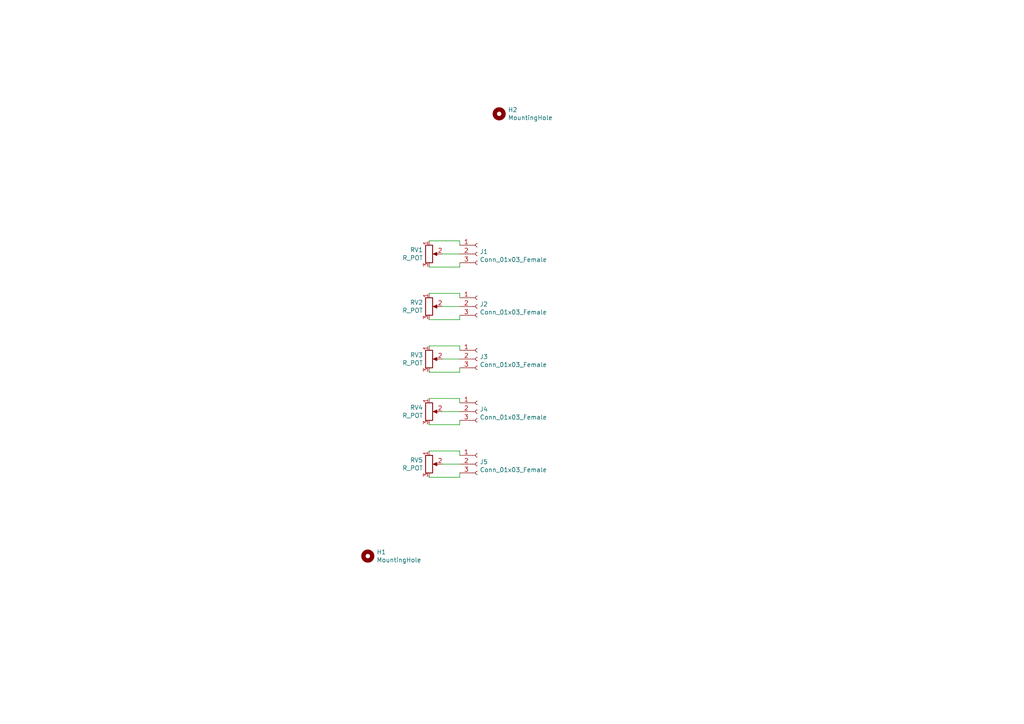
<source format=kicad_sch>
(kicad_sch (version 20230121) (generator eeschema)
  (paper "A4")
  (lib_symbols
    (symbol "Mechanical:MountingHole" (pin_names (offset 1.016))
      (property "Reference" "H" (at 0 5.08 0))
      (property "Value" "MountingHole" (at 0 3.175 0))
      (symbol "MountingHole_0_1"
        (circle (center 0 0) (radius 1.27) (stroke (width 1.27)))
      )
    )
    (symbol "pot-gang-rescue:Conn_01x03_Female-Connector" (pin_names (offset 1.016) hide)
      (property "Reference" "J" (at 0 5.08 0))
      (property "Value" "Connector_Conn_01x03_Female" (at 0 -5.08 0))
      (symbol "Conn_01x03_Female-Connector_1_1"
        (arc (start 0 -2.032) (mid -0.5058 -2.54) (end 0 -3.048) (stroke (width 0.1524)))
        (polyline (pts (xy -1.27 -2.54) (xy -0.508 -2.54)) (stroke (width 0.1524)))
        (polyline (pts (xy -1.27 0) (xy -0.508 0)) (stroke (width 0.1524)))
        (polyline (pts (xy -1.27 2.54) (xy -0.508 2.54)) (stroke (width 0.1524)))
        (arc (start 0 0.508) (mid -0.5058 0) (end 0 -0.508) (stroke (width 0.1524)))
        (arc (start 0 3.048) (mid -0.5058 2.54) (end 0 2.032) (stroke (width 0.1524)))
        (pin passive line (at -5.08 2.54 0) (length 3.81) (name "Pin_1") (number "1"))
        (pin passive line (at -5.08 0 0) (length 3.81) (name "Pin_2") (number "2"))
        (pin passive line (at -5.08 -2.54 0) (length 3.81) (name "Pin_3") (number "3"))
      )
    )
    (symbol "pot-gang-rescue:R_POT-Device" (pin_names (offset 1.016) hide)
      (property "Reference" "RV" (at -4.445 0 90))
      (property "Value" "Device_R_POT" (at -2.54 0 90))
      (symbol "R_POT-Device_0_1"
        (polyline (pts (xy 2.54 0) (xy 1.524 0)))
        (polyline (pts (xy 1.143 0) (xy 2.286 0.508) (xy 2.286 -0.508) (xy 1.143 0)) (fill (type outline)))
        (rectangle (start 1.016 2.54) (end -1.016 -2.54) (stroke (width 0.254)))
      )
      (symbol "R_POT-Device_1_1"
        (pin passive line (at 0 3.81 270) (length 1.27) (name "1") (number "1"))
        (pin passive line (at 3.81 0 180) (length 1.27) (name "2") (number "2"))
        (pin passive line (at 0 -3.81 90) (length 1.27) (name "3") (number "3"))
      )
    )
  )
  (wire (pts (xy 124.46 115.57) (xy 133.35 115.57)))
  (wire (pts (xy 133.35 77.47) (xy 133.35 76.2)))
  (wire (pts (xy 133.35 130.81) (xy 133.35 132.08)))
  (wire (pts (xy 128.27 88.9) (xy 133.35 88.9)))
  (wire (pts (xy 128.27 134.62) (xy 133.35 134.62)))
  (wire (pts (xy 124.46 123.19) (xy 133.35 123.19)))
  (wire (pts (xy 133.35 69.85) (xy 133.35 71.12)))
  (wire (pts (xy 124.46 100.33) (xy 133.35 100.33)))
  (wire (pts (xy 124.46 77.47) (xy 133.35 77.47)))
  (wire (pts (xy 124.46 138.43) (xy 133.35 138.43)))
  (wire (pts (xy 133.35 115.57) (xy 133.35 116.84)))
  (wire (pts (xy 133.35 100.33) (xy 133.35 101.6)))
  (wire (pts (xy 128.27 73.66) (xy 133.35 73.66)))
  (wire (pts (xy 133.35 107.95) (xy 133.35 106.68)))
  (wire (pts (xy 124.46 92.71) (xy 133.35 92.71)))
  (wire (pts (xy 133.35 123.19) (xy 133.35 121.92)))
  (wire (pts (xy 124.46 130.81) (xy 133.35 130.81)))
  (wire (pts (xy 124.46 85.09) (xy 133.35 85.09)))
  (wire (pts (xy 133.35 92.71) (xy 133.35 91.44)))
  (wire (pts (xy 133.35 138.43) (xy 133.35 137.16)))
  (wire (pts (xy 128.27 104.14) (xy 133.35 104.14)))
  (wire (pts (xy 133.35 85.09) (xy 133.35 86.36)))
  (wire (pts (xy 124.46 69.85) (xy 133.35 69.85)))
  (wire (pts (xy 128.27 119.38) (xy 133.35 119.38)))
  (wire (pts (xy 124.46 107.95) (xy 133.35 107.95)))
  (symbol (lib_id "pot-gang-rescue:R_POT-Device") (at 124.46 73.66 0) (unit 1)
    (property "Reference" "RV1" (at 122.7074 72.4916 0) (effects (justify right)))
    (property "Value" "R_POT" (at 122.7074 74.803 0) (effects (justify right)))
    (property "Footprint" "Potentiometer_THT:Potentiometer_Bourns_PTV09A-1_Single_Vertical" (effects hide))
  )
  (symbol (lib_id "Mechanical:MountingHole") (at 144.78 33.02 0) (unit 1)
    (property "Reference" "H2" (at 147.32 31.8516 0) (effects (justify left)))
    (property "Value" "MountingHole" (at 147.32 34.163 0) (effects (justify left)))
    (property "Footprint" "MountingHole:MountingHole_3.2mm_M3" (effects hide))
  )
  (symbol (lib_id "Mechanical:MountingHole") (at 106.68 161.29 0) (unit 1)
    (property "Reference" "H1" (at 109.22 160.1216 0) (effects (justify left)))
    (property "Value" "MountingHole" (at 109.22 162.433 0) (effects (justify left)))
    (property "Footprint" "MountingHole:MountingHole_3.2mm_M3" (effects hide))
  )
  (symbol (lib_id "pot-gang-rescue:R_POT-Device") (at 124.46 88.9 0) (unit 1)
    (property "Reference" "RV2" (at 122.7074 87.7316 0) (effects (justify right)))
    (property "Value" "R_POT" (at 122.7074 90.043 0) (effects (justify right)))
    (property "Footprint" "Potentiometer_THT:Potentiometer_Bourns_PTV09A-1_Single_Vertical" (effects hide))
  )
  (symbol (lib_id "pot-gang-rescue:R_POT-Device") (at 124.46 104.14 0) (unit 1)
    (property "Reference" "RV3" (at 122.7074 102.9716 0) (effects (justify right)))
    (property "Value" "R_POT" (at 122.7074 105.283 0) (effects (justify right)))
    (property "Footprint" "Potentiometer_THT:Potentiometer_Bourns_PTV09A-1_Single_Vertical" (effects hide))
  )
  (symbol (lib_id "pot-gang-rescue:R_POT-Device") (at 124.46 119.38 0) (unit 1)
    (property "Reference" "RV4" (at 122.7074 118.2116 0) (effects (justify right)))
    (property "Value" "R_POT" (at 122.7074 120.523 0) (effects (justify right)))
    (property "Footprint" "Potentiometer_THT:Potentiometer_Bourns_PTV09A-1_Single_Vertical" (effects hide))
  )
  (symbol (lib_id "pot-gang-rescue:R_POT-Device") (at 124.46 134.62 0) (unit 1)
    (property "Reference" "RV5" (at 122.7074 133.4516 0) (effects (justify right)))
    (property "Value" "R_POT" (at 122.7074 135.763 0) (effects (justify right)))
    (property "Footprint" "Potentiometer_THT:Potentiometer_Bourns_PTV09A-1_Single_Vertical" (effects hide))
  )
  (symbol (lib_id "pot-gang-rescue:Conn_01x03_Female-Connector") (at 138.43 73.66 0) (unit 1)
    (property "Reference" "J1" (at 139.1412 72.9996 0) (effects (justify left)))
    (property "Value" "Conn_01x03_Female" (at 139.1412 75.311 0) (effects (justify left)))
    (property "Footprint" "Connector_PinHeader_2.54mm:PinHeader_1x03_P2.54mm_Vertical" (effects hide))
  )
  (symbol (lib_id "pot-gang-rescue:Conn_01x03_Female-Connector") (at 138.43 88.9 0) (unit 1)
    (property "Reference" "J2" (at 139.1412 88.2396 0) (effects (justify left)))
    (property "Value" "Conn_01x03_Female" (at 139.1412 90.551 0) (effects (justify left)))
    (property "Footprint" "Connector_PinHeader_2.54mm:PinHeader_1x03_P2.54mm_Vertical" (effects hide))
  )
  (symbol (lib_id "pot-gang-rescue:Conn_01x03_Female-Connector") (at 138.43 104.14 0) (unit 1)
    (property "Reference" "J3" (at 139.1412 103.4796 0) (effects (justify left)))
    (property "Value" "Conn_01x03_Female" (at 139.1412 105.791 0) (effects (justify left)))
    (property "Footprint" "Connector_PinHeader_2.54mm:PinHeader_1x03_P2.54mm_Vertical" (effects hide))
  )
  (symbol (lib_id "pot-gang-rescue:Conn_01x03_Female-Connector") (at 138.43 119.38 0) (unit 1)
    (property "Reference" "J4" (at 139.1412 118.7196 0) (effects (justify left)))
    (property "Value" "Conn_01x03_Female" (at 139.1412 121.031 0) (effects (justify left)))
    (property "Footprint" "Connector_PinHeader_2.54mm:PinHeader_1x03_P2.54mm_Vertical" (effects hide))
  )
  (symbol (lib_id "pot-gang-rescue:Conn_01x03_Female-Connector") (at 138.43 134.62 0) (unit 1)
    (property "Reference" "J5" (at 139.1412 133.9596 0) (effects (justify left)))
    (property "Value" "Conn_01x03_Female" (at 139.1412 136.271 0) (effects (justify left)))
    (property "Footprint" "Connector_PinHeader_2.54mm:PinHeader_1x03_P2.54mm_Vertical" (effects hide))
  )
)
</source>
